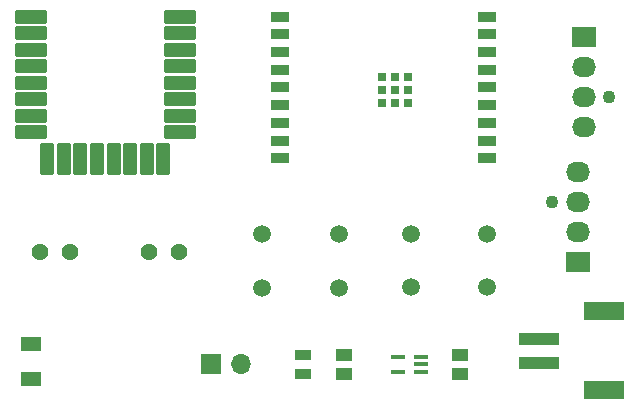
<source format=gts>
G04 #@! TF.GenerationSoftware,KiCad,Pcbnew,7.0.10*
G04 #@! TF.CreationDate,2025-02-21T18:16:38-05:00*
G04 #@! TF.ProjectId,pcb_v2,7063625f-7632-42e6-9b69-6361645f7063,rev?*
G04 #@! TF.SameCoordinates,Original*
G04 #@! TF.FileFunction,Soldermask,Top*
G04 #@! TF.FilePolarity,Negative*
%FSLAX46Y46*%
G04 Gerber Fmt 4.6, Leading zero omitted, Abs format (unit mm)*
G04 Created by KiCad (PCBNEW 7.0.10) date 2025-02-21 18:16:38*
%MOMM*%
%LPD*%
G01*
G04 APERTURE LIST*
G04 Aperture macros list*
%AMRoundRect*
0 Rectangle with rounded corners*
0 $1 Rounding radius*
0 $2 $3 $4 $5 $6 $7 $8 $9 X,Y pos of 4 corners*
0 Add a 4 corners polygon primitive as box body*
4,1,4,$2,$3,$4,$5,$6,$7,$8,$9,$2,$3,0*
0 Add four circle primitives for the rounded corners*
1,1,$1+$1,$2,$3*
1,1,$1+$1,$4,$5*
1,1,$1+$1,$6,$7*
1,1,$1+$1,$8,$9*
0 Add four rect primitives between the rounded corners*
20,1,$1+$1,$2,$3,$4,$5,0*
20,1,$1+$1,$4,$5,$6,$7,0*
20,1,$1+$1,$6,$7,$8,$9,0*
20,1,$1+$1,$8,$9,$2,$3,0*%
G04 Aperture macros list end*
%ADD10C,1.100000*%
%ADD11R,2.030000X1.730000*%
%ADD12O,2.030000X1.730000*%
%ADD13C,1.498600*%
%ADD14R,3.500000X1.000000*%
%ADD15R,3.400000X1.500000*%
%ADD16R,1.800000X1.150000*%
%ADD17R,1.150000X0.450000*%
%ADD18C,1.431000*%
%ADD19R,1.470000X1.020000*%
%ADD20R,1.700000X1.700000*%
%ADD21O,1.700000X1.700000*%
%ADD22R,1.500000X0.900000*%
%ADD23R,0.700000X0.700000*%
%ADD24RoundRect,0.102000X-1.225000X-0.500000X1.225000X-0.500000X1.225000X0.500000X-1.225000X0.500000X0*%
%ADD25RoundRect,0.102000X-0.500000X-1.225000X0.500000X-1.225000X0.500000X1.225000X-0.500000X1.225000X0*%
%ADD26R,1.430000X0.940000*%
G04 APERTURE END LIST*
D10*
X160590000Y-93290000D03*
D11*
X162750000Y-98370000D03*
D12*
X162750000Y-95830000D03*
X162750000Y-93290000D03*
X162750000Y-90750000D03*
D13*
X135999998Y-96000000D03*
X142500000Y-96000000D03*
X135999998Y-100500001D03*
X142500000Y-100500001D03*
D14*
X159450000Y-106850000D03*
X159450000Y-104850000D03*
D15*
X165000000Y-109200000D03*
X165000000Y-102500000D03*
D16*
X116500000Y-108200000D03*
X116500000Y-105300000D03*
D17*
X149500000Y-107650000D03*
X149500000Y-107000000D03*
X149500000Y-106350000D03*
X147500000Y-106350000D03*
X147500000Y-107650000D03*
D18*
X117230000Y-97500000D03*
X119770000Y-97500000D03*
D19*
X152750000Y-107810000D03*
X152750000Y-106190000D03*
X143000000Y-107810000D03*
X143000000Y-106190000D03*
D18*
X129000000Y-97500000D03*
X126460000Y-97500000D03*
D20*
X131725000Y-107000000D03*
D21*
X134265000Y-107000000D03*
D13*
X148603850Y-95980250D03*
X155103852Y-95980250D03*
X148603850Y-100480251D03*
X155103852Y-100480251D03*
D10*
X165410000Y-84330000D03*
D11*
X163250000Y-79250000D03*
D12*
X163250000Y-81790000D03*
X163250000Y-84330000D03*
X163250000Y-86870000D03*
D22*
X137540000Y-77550000D03*
X137540000Y-79050000D03*
X137540000Y-80550000D03*
X137540000Y-82050000D03*
X137540000Y-83550000D03*
X137540000Y-85050000D03*
X137540000Y-86550000D03*
X137540000Y-88050000D03*
X137540000Y-89550000D03*
X155040000Y-89550000D03*
X155040000Y-88050000D03*
X155040000Y-86550000D03*
X155040000Y-85050000D03*
X155040000Y-83550000D03*
X155040000Y-82050000D03*
X155040000Y-80550000D03*
X155040000Y-79050000D03*
X155040000Y-77550000D03*
D23*
X147250000Y-83750000D03*
X148350000Y-83750000D03*
X148350000Y-82650000D03*
X147250000Y-82650000D03*
X146150000Y-82650000D03*
X146150000Y-83750000D03*
X146150000Y-84850000D03*
X147250000Y-84850000D03*
X148350000Y-84850000D03*
D24*
X116455000Y-77550000D03*
X116455000Y-78950000D03*
X116455000Y-80350000D03*
X116455000Y-81750000D03*
X116455000Y-83150000D03*
X116455000Y-84550000D03*
X116455000Y-85950000D03*
X116455000Y-87350000D03*
D25*
X117850000Y-89645000D03*
X119250000Y-89645000D03*
X120650000Y-89645000D03*
X122050000Y-89645000D03*
X123450000Y-89645000D03*
X124850000Y-89645000D03*
X126250000Y-89645000D03*
X127650000Y-89645000D03*
D24*
X129045000Y-87350000D03*
X129045000Y-85950000D03*
X129045000Y-84550000D03*
X129045000Y-83150000D03*
X129045000Y-81750000D03*
X129045000Y-80350000D03*
X129045000Y-78950000D03*
X129045000Y-77550000D03*
D26*
X139500000Y-107820000D03*
X139500000Y-106180000D03*
M02*

</source>
